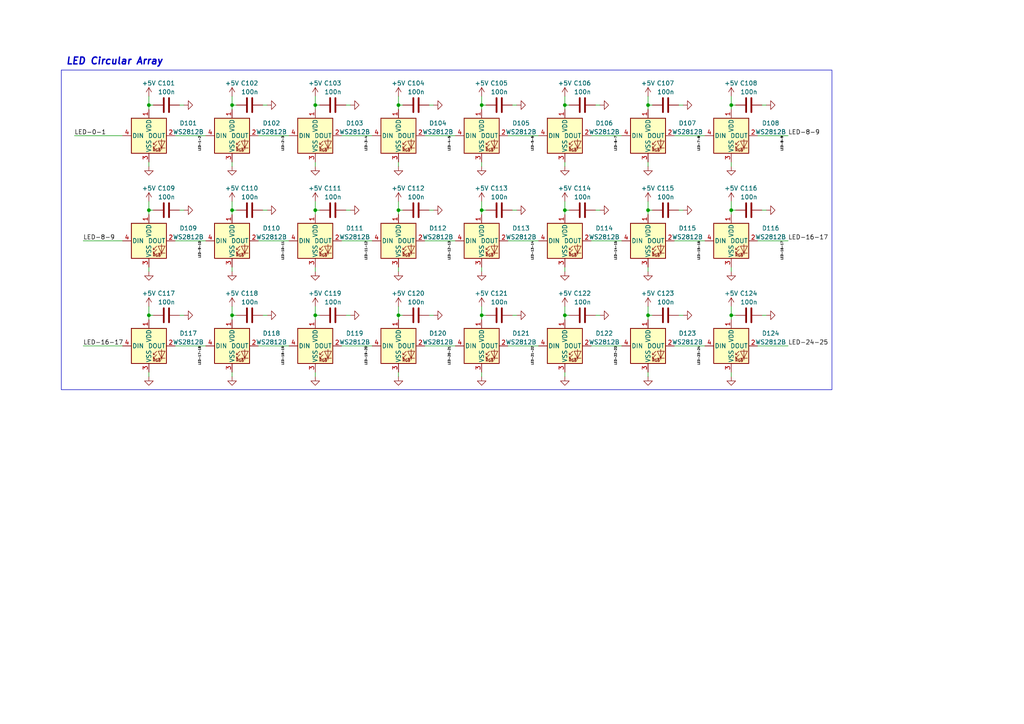
<source format=kicad_sch>
(kicad_sch (version 20230121) (generator eeschema)
  (paper "A4")
  (title_block (title "Tachy") (date "2024-01-25") (rev "3") (company "Scott CJX"))
  (lib_symbols
    (symbol "Device:C" (pin_numbers hide) (pin_names (offset 0.254))
      (property "Reference" "C" (at 0.635 2.54 0))
      (property "Value" "C" (at 0.635 -2.54 0))
      (symbol "C_0_1"
        (polyline (pts (xy -2.032 -0.762) (xy 2.032 -0.762)) (stroke (width 0.508)))
        (polyline (pts (xy -2.032 0.762) (xy 2.032 0.762)) (stroke (width 0.508)))
      )
      (symbol "C_1_1"
        (pin passive line (at 0 3.81 270) (length 2.794) (name "~") (number "1"))
        (pin passive line (at 0 -3.81 90) (length 2.794) (name "~") (number "2"))
      )
    )
    (symbol "LED:WS2812B" (pin_names (offset 0.254))
      (property "Reference" "D" (at 5.08 5.715 0))
      (property "Value" "WS2812B" (at 1.27 -5.715 0))
      (symbol "WS2812B_0_0"
        (text "RGB" (at 2.286 -4.191 0) (effects (font (size 0.762 0.762))))
      )
      (symbol "WS2812B_0_1"
        (polyline (pts (xy 1.27 -3.556) (xy 1.778 -3.556)))
        (polyline (pts (xy 1.27 -2.54) (xy 1.778 -2.54)))
        (polyline (pts (xy 4.699 -3.556) (xy 2.667 -3.556)))
        (polyline (pts (xy 2.286 -2.54) (xy 1.27 -3.556) (xy 1.27 -3.048)))
        (polyline (pts (xy 2.286 -1.524) (xy 1.27 -2.54) (xy 1.27 -2.032)))
        (polyline (pts (xy 3.683 -1.016) (xy 3.683 -3.556) (xy 3.683 -4.064)))
        (polyline (pts (xy 4.699 -1.524) (xy 2.667 -1.524) (xy 3.683 -3.556) (xy 4.699 -1.524)))
        (rectangle (start 5.08 5.08) (end -5.08 -5.08) (stroke (width 0.254)) (fill (type background)))
      )
      (symbol "WS2812B_1_1"
        (pin power_in line (at 0 7.62 270) (length 2.54) (name "VDD") (number "1"))
        (pin output line (at 7.62 0 180) (length 2.54) (name "DOUT") (number "2"))
        (pin power_in line (at 0 -7.62 90) (length 2.54) (name "VSS") (number "3"))
        (pin input line (at -7.62 0 0) (length 2.54) (name "DIN") (number "4"))
      )
    )
    (symbol "power:+5V" (power) (pin_names (offset 0))
      (property "Value" "+5V" (at 0 3.556 0))
      (symbol "+5V_0_1"
        (polyline (pts (xy -0.762 1.27) (xy 0 2.54)))
        (polyline (pts (xy 0 0) (xy 0 2.54)))
        (polyline (pts (xy 0 2.54) (xy 0.762 1.27)))
      )
      (symbol "+5V_1_1"
        (pin power_in line (at 0 0 90) (length 0) hide (name "+5V") (number "1"))
      )
    )
    (symbol "power:GND" (power) (pin_names (offset 0))
      (property "Value" "GND" (at 0 -3.81 0))
      (symbol "GND_0_1"
        (polyline (pts (xy 0 0) (xy 0 -1.27) (xy 1.27 -1.27) (xy 0 -2.54) (xy -1.27 -1.27) (xy 0 -1.27)))
      )
      (symbol "GND_1_1"
        (pin power_in line (at 0 0 270) (length 0) hide (name "GND") (number "1"))
      )
    )
  )
  (junction (at 91.44 91.44))
  (junction (at 67.31 60.96))
  (junction (at 139.7 91.44))
  (junction (at 212.09 60.96))
  (junction (at 91.44 30.48))
  (junction (at 212.09 91.44))
  (junction (at 187.96 91.44))
  (junction (at 91.44 60.96))
  (junction (at 67.31 30.48))
  (junction (at 163.83 60.96))
  (junction (at 43.18 30.48))
  (junction (at 139.7 60.96))
  (junction (at 139.7 30.48))
  (junction (at 115.57 91.44))
  (junction (at 115.57 60.96))
  (junction (at 67.31 91.44))
  (junction (at 43.18 60.96))
  (junction (at 187.96 30.48))
  (junction (at 115.57 30.48))
  (junction (at 163.83 30.48))
  (junction (at 43.18 91.44))
  (junction (at 212.09 30.48))
  (junction (at 187.96 60.96))
  (junction (at 163.83 91.44))
  (wire (pts (xy 212.09 30.48) (xy 213.36 30.48)))
  (wire (pts (xy 43.18 30.48) (xy 43.18 31.75)))
  (wire (pts (xy 43.18 91.44) (xy 44.45 91.44)))
  (wire (pts (xy 91.44 46.99) (xy 91.44 48.26)))
  (wire (pts (xy 67.31 60.96) (xy 68.58 60.96)))
  (wire (pts (xy 124.46 91.44) (xy 125.73 91.44)))
  (wire (pts (xy 115.57 30.48) (xy 115.57 31.75)))
  (wire (pts (xy 187.96 58.42) (xy 187.96 60.96)))
  (wire (pts (xy 212.09 60.96) (xy 213.36 60.96)))
  (wire (pts (xy 187.96 30.48) (xy 187.96 31.75)))
  (wire (pts (xy 91.44 91.44) (xy 91.44 92.71)))
  (wire (pts (xy 195.58 69.85) (xy 204.47 69.85)))
  (wire (pts (xy 139.7 60.96) (xy 139.7 62.23)))
  (wire (pts (xy 52.07 30.48) (xy 53.34 30.48)))
  (wire (pts (xy 115.57 58.42) (xy 115.57 60.96)))
  (wire (pts (xy 212.09 88.9) (xy 212.09 91.44)))
  (wire (pts (xy 139.7 30.48) (xy 140.97 30.48)))
  (wire (pts (xy 163.83 60.96) (xy 163.83 62.23)))
  (wire (pts (xy 172.72 60.96) (xy 173.99 60.96)))
  (wire (pts (xy 163.83 77.47) (xy 163.83 78.74)))
  (wire (pts (xy 163.83 91.44) (xy 163.83 92.71)))
  (wire (pts (xy 171.45 39.37) (xy 180.34 39.37)))
  (wire (pts (xy 99.06 100.33) (xy 107.95 100.33)))
  (wire (pts (xy 21.59 39.37) (xy 35.56 39.37)))
  (wire (pts (xy 91.44 60.96) (xy 91.44 62.23)))
  (wire (pts (xy 196.85 91.44) (xy 198.12 91.44)))
  (wire (pts (xy 219.71 39.37) (xy 228.6 39.37)))
  (wire (pts (xy 67.31 91.44) (xy 68.58 91.44)))
  (wire (pts (xy 163.83 88.9) (xy 163.83 91.44)))
  (wire (pts (xy 139.7 91.44) (xy 139.7 92.71)))
  (wire (pts (xy 52.07 60.96) (xy 53.34 60.96)))
  (wire (pts (xy 99.06 39.37) (xy 107.95 39.37)))
  (wire (pts (xy 220.98 91.44) (xy 222.25 91.44)))
  (wire (pts (xy 67.31 77.47) (xy 67.31 78.74)))
  (wire (pts (xy 139.7 30.48) (xy 139.7 31.75)))
  (wire (pts (xy 212.09 46.99) (xy 212.09 48.26)))
  (wire (pts (xy 212.09 27.94) (xy 212.09 30.48)))
  (wire (pts (xy 163.83 107.95) (xy 163.83 109.22)))
  (wire (pts (xy 163.83 27.94) (xy 163.83 30.48)))
  (wire (pts (xy 163.83 58.42) (xy 163.83 60.96)))
  (wire (pts (xy 220.98 60.96) (xy 222.25 60.96)))
  (wire (pts (xy 212.09 77.47) (xy 212.09 78.74)))
  (wire (pts (xy 124.46 60.96) (xy 125.73 60.96)))
  (wire (pts (xy 220.98 30.48) (xy 222.25 30.48)))
  (wire (pts (xy 43.18 27.94) (xy 43.18 30.48)))
  (wire (pts (xy 43.18 46.99) (xy 43.18 48.26)))
  (wire (pts (xy 43.18 58.42) (xy 43.18 60.96)))
  (wire (pts (xy 67.31 30.48) (xy 67.31 31.75)))
  (wire (pts (xy 123.19 69.85) (xy 132.08 69.85)))
  (wire (pts (xy 147.32 69.85) (xy 156.21 69.85)))
  (wire (pts (xy 196.85 60.96) (xy 198.12 60.96)))
  (wire (pts (xy 171.45 100.33) (xy 180.34 100.33)))
  (wire (pts (xy 115.57 60.96) (xy 116.84 60.96)))
  (wire (pts (xy 195.58 100.33) (xy 204.47 100.33)))
  (wire (pts (xy 67.31 91.44) (xy 67.31 92.71)))
  (wire (pts (xy 212.09 60.96) (xy 212.09 62.23)))
  (wire (pts (xy 123.19 100.33) (xy 132.08 100.33)))
  (wire (pts (xy 196.85 30.48) (xy 198.12 30.48)))
  (wire (pts (xy 91.44 91.44) (xy 92.71 91.44)))
  (wire (pts (xy 172.72 91.44) (xy 173.99 91.44)))
  (wire (pts (xy 139.7 77.47) (xy 139.7 78.74)))
  (wire (pts (xy 43.18 60.96) (xy 44.45 60.96)))
  (wire (pts (xy 24.13 69.85) (xy 35.56 69.85)))
  (wire (pts (xy 187.96 91.44) (xy 189.23 91.44)))
  (wire (pts (xy 91.44 27.94) (xy 91.44 30.48)))
  (wire (pts (xy 67.31 88.9) (xy 67.31 91.44)))
  (wire (pts (xy 187.96 77.47) (xy 187.96 78.74)))
  (wire (pts (xy 74.93 69.85) (xy 83.82 69.85)))
  (wire (pts (xy 139.7 27.94) (xy 139.7 30.48)))
  (wire (pts (xy 187.96 30.48) (xy 189.23 30.48)))
  (wire (pts (xy 148.59 60.96) (xy 149.86 60.96)))
  (wire (pts (xy 171.45 69.85) (xy 180.34 69.85)))
  (wire (pts (xy 67.31 27.94) (xy 67.31 30.48)))
  (wire (pts (xy 163.83 91.44) (xy 165.1 91.44)))
  (wire (pts (xy 187.96 91.44) (xy 187.96 92.71)))
  (wire (pts (xy 139.7 107.95) (xy 139.7 109.22)))
  (wire (pts (xy 172.72 30.48) (xy 173.99 30.48)))
  (wire (pts (xy 163.83 46.99) (xy 163.83 48.26)))
  (wire (pts (xy 100.33 91.44) (xy 101.6 91.44)))
  (wire (pts (xy 67.31 46.99) (xy 67.31 48.26)))
  (wire (pts (xy 139.7 58.42) (xy 139.7 60.96)))
  (wire (pts (xy 187.96 88.9) (xy 187.96 91.44)))
  (wire (pts (xy 43.18 60.96) (xy 43.18 62.23)))
  (wire (pts (xy 148.59 91.44) (xy 149.86 91.44)))
  (wire (pts (xy 24.13 100.33) (xy 35.56 100.33)))
  (wire (pts (xy 50.8 69.85) (xy 59.69 69.85)))
  (wire (pts (xy 50.8 39.37) (xy 59.69 39.37)))
  (wire (pts (xy 115.57 107.95) (xy 115.57 109.22)))
  (wire (pts (xy 115.57 27.94) (xy 115.57 30.48)))
  (wire (pts (xy 187.96 27.94) (xy 187.96 30.48)))
  (wire (pts (xy 115.57 88.9) (xy 115.57 91.44)))
  (wire (pts (xy 43.18 77.47) (xy 43.18 78.74)))
  (wire (pts (xy 219.71 100.33) (xy 228.6 100.33)))
  (wire (pts (xy 76.2 60.96) (xy 77.47 60.96)))
  (wire (pts (xy 123.19 39.37) (xy 132.08 39.37)))
  (wire (pts (xy 50.8 100.33) (xy 59.69 100.33)))
  (wire (pts (xy 163.83 30.48) (xy 165.1 30.48)))
  (wire (pts (xy 139.7 88.9) (xy 139.7 91.44)))
  (wire (pts (xy 67.31 60.96) (xy 67.31 62.23)))
  (wire (pts (xy 115.57 60.96) (xy 115.57 62.23)))
  (wire (pts (xy 115.57 77.47) (xy 115.57 78.74)))
  (wire (pts (xy 212.09 58.42) (xy 212.09 60.96)))
  (wire (pts (xy 212.09 91.44) (xy 213.36 91.44)))
  (wire (pts (xy 91.44 30.48) (xy 92.71 30.48)))
  (wire (pts (xy 91.44 60.96) (xy 92.71 60.96)))
  (wire (pts (xy 139.7 46.99) (xy 139.7 48.26)))
  (wire (pts (xy 163.83 30.48) (xy 163.83 31.75)))
  (wire (pts (xy 187.96 60.96) (xy 189.23 60.96)))
  (wire (pts (xy 67.31 107.95) (xy 67.31 109.22)))
  (wire (pts (xy 115.57 30.48) (xy 116.84 30.48)))
  (wire (pts (xy 139.7 60.96) (xy 140.97 60.96)))
  (wire (pts (xy 100.33 60.96) (xy 101.6 60.96)))
  (wire (pts (xy 212.09 30.48) (xy 212.09 31.75)))
  (wire (pts (xy 76.2 91.44) (xy 77.47 91.44)))
  (wire (pts (xy 115.57 91.44) (xy 116.84 91.44)))
  (wire (pts (xy 43.18 91.44) (xy 43.18 92.71)))
  (wire (pts (xy 67.31 58.42) (xy 67.31 60.96)))
  (wire (pts (xy 91.44 30.48) (xy 91.44 31.75)))
  (wire (pts (xy 91.44 107.95) (xy 91.44 109.22)))
  (wire (pts (xy 187.96 60.96) (xy 187.96 62.23)))
  (wire (pts (xy 74.93 39.37) (xy 83.82 39.37)))
  (wire (pts (xy 91.44 58.42) (xy 91.44 60.96)))
  (wire (pts (xy 212.09 107.95) (xy 212.09 109.22)))
  (wire (pts (xy 139.7 91.44) (xy 140.97 91.44)))
  (wire (pts (xy 43.18 107.95) (xy 43.18 109.22)))
  (wire (pts (xy 212.09 91.44) (xy 212.09 92.71)))
  (wire (pts (xy 195.58 39.37) (xy 204.47 39.37)))
  (wire (pts (xy 147.32 100.33) (xy 156.21 100.33)))
  (wire (pts (xy 76.2 30.48) (xy 77.47 30.48)))
  (wire (pts (xy 147.32 39.37) (xy 156.21 39.37)))
  (wire (pts (xy 219.71 69.85) (xy 228.6 69.85)))
  (wire (pts (xy 43.18 30.48) (xy 44.45 30.48)))
  (wire (pts (xy 187.96 107.95) (xy 187.96 109.22)))
  (wire (pts (xy 124.46 30.48) (xy 125.73 30.48)))
  (wire (pts (xy 115.57 91.44) (xy 115.57 92.71)))
  (wire (pts (xy 100.33 30.48) (xy 101.6 30.48)))
  (wire (pts (xy 115.57 46.99) (xy 115.57 48.26)))
  (wire (pts (xy 43.18 88.9) (xy 43.18 91.44)))
  (wire (pts (xy 52.07 91.44) (xy 53.34 91.44)))
  (wire (pts (xy 91.44 77.47) (xy 91.44 78.74)))
  (wire (pts (xy 187.96 46.99) (xy 187.96 48.26)))
  (wire (pts (xy 148.59 30.48) (xy 149.86 30.48)))
  (wire (pts (xy 99.06 69.85) (xy 107.95 69.85)))
  (wire (pts (xy 91.44 88.9) (xy 91.44 91.44)))
  (wire (pts (xy 163.83 60.96) (xy 165.1 60.96)))
  (wire (pts (xy 74.93 100.33) (xy 83.82 100.33)))
  (wire (pts (xy 67.31 30.48) (xy 68.58 30.48)))
  (rectangle (start 17.78 20.32) (end 241.3 113.03))
  (text "LED Circular Array" (at 19.05 19.05 0) (effects (font (size 2 2) (thickness 0.4) bold italic) (justify left bottom)))
  (label "LED-12-13" (at 130.81 69.85 270) (effects (font (size 0.6 0.6))))
  (label "LED-22-23" (at 179.07 100.33 270) (effects (font (size 0.6 0.6))))
  (label "LED-10-11" (at 82.55 69.85 270) (effects (font (size 0.6 0.6))))
  (label "LED-21-22" (at 154.94 100.33 270) (effects (font (size 0.6 0.6))))
  (label "LED-11-12" (at 106.68 69.85 270) (effects (font (size 0.6 0.6))))
  (label "LED-19-20" (at 106.68 100.33 270) (effects (font (size 0.6 0.6))))
  (label "LED-16-17" (at 227.33 69.85 270) (effects (font (size 0.6 0.6))))
  (label "LED-17-18" (at 58.42 100.33 270) (effects (font (size 0.6 0.6))))
  (label "LED-14-15" (at 179.07 69.85 270) (effects (font (size 0.6 0.6))))
  (label "LED-16-17" (at 24.13 100.33 0))
  (label "LED-8-9" (at 24.13 69.85 0))
  (label "LED-8-9" (at 227.33 39.37 270) (effects (font (size 0.6 0.6))))
  (label "LED-9-10" (at 58.42 69.85 270) (effects (font (size 0.6 0.6))))
  (label "LED-8-9" (at 228.6 39.37 0))
  (label "LED-7-8" (at 203.2 39.37 270) (effects (font (size 0.6 0.6))))
  (label "LED-3-4" (at 106.68 39.37 270) (effects (font (size 0.6 0.6))))
  (label "LED-13-14" (at 154.94 69.85 270) (effects (font (size 0.6 0.6))))
  (label "LED-16-17" (at 228.6 69.85 0))
  (label "LED-6-7" (at 179.07 39.37 270) (effects (font (size 0.6 0.6))))
  (label "LED-1-2" (at 58.42 39.37 270) (effects (font (size 0.6 0.6))))
  (label "LED-20-21" (at 130.81 100.33 270) (effects (font (size 0.6 0.6))))
  (label "LED-15-16" (at 203.2 69.85 270) (effects (font (size 0.6 0.6))))
  (label "LED-2-3" (at 82.55 39.37 270) (effects (font (size 0.6 0.6))))
  (label "LED-23-24" (at 203.2 100.33 270) (effects (font (size 0.6 0.6))))
  (label "LED-0-1" (at 21.59 39.37 0))
  (label "LED-5-6" (at 154.94 39.37 270) (effects (font (size 0.6 0.6))))
  (label "LED-24-25" (at 228.6 100.33 0))
  (label "LED-4-5" (at 130.81 39.37 270) (effects (font (size 0.6 0.6))))
  (label "LED-18-19" (at 82.55 100.33 270) (effects (font (size 0.6 0.6))))
  (symbol (lib_id "Device:C") (at 48.26 30.48 90) (unit 1)
    (property "Reference" "C101" (at 50.8 24.13 90) (effects (justify left)))
    (property "Value" "100n" (at 50.8 26.67 90) (effects (justify left)))
    (property "Footprint" "Capacitor_SMD:C_0603_1608Metric" (effects hide))
    (property "LCSC" "C14663" (effects hide))
    (instances (project "Dashboard-Tachy" (path "" (reference "C101") (unit 1)) (path "" (reference "C201") (unit 1))))
  )
  (symbol (lib_id "LED:WS2812B") (at 115.57 69.85 0) (unit 1)
    (property "Reference" "D112" (at 127 66.2021 0))
    (property "Value" "WS2812B" (at 127 68.7421 0))
    (property "Footprint" "LED_SMD:LED_WS2812B_PLCC4_5.0x5.0mm_P3.2mm" (effects hide))
    (property "Datasheet" "https://cdn-shop.adafruit.com/datasheets/WS2812B.pdf" (effects hide))
    (property "LCSC" "C2843785" (effects hide))
    (instances (project "Dashboard-Tachy" (path "" (reference "D112") (unit 1)) (path "" (reference "D212") (unit 1))))
  )
  (symbol (lib_id "power:+5V") (at 139.7 27.94 0) (unit 1)
    (property "Reference" "#PWR0105" (effects hide))
    (property "Value" "+5V" (at 139.7 24.13 0))
    (instances (project "Dashboard-Tachy" (path "" (reference "#PWR0105") (unit 1)) (path "" (reference "#PWR0205") (unit 1))))
  )
  (symbol (lib_id "LED:WS2812B") (at 139.7 100.33 0) (unit 1)
    (property "Reference" "D121" (at 151.13 96.6821 0))
    (property "Value" "WS2812B" (at 151.13 99.2221 0))
    (property "Footprint" "LED_SMD:LED_WS2812B_PLCC4_5.0x5.0mm_P3.2mm" (effects hide))
    (property "Datasheet" "https://cdn-shop.adafruit.com/datasheets/WS2812B.pdf" (effects hide))
    (property "LCSC" "C2843785" (effects hide))
    (instances (project "Dashboard-Tachy" (path "" (reference "D121") (unit 1)) (path "" (reference "D221") (unit 1))))
  )
  (symbol (lib_id "LED:WS2812B") (at 163.83 69.85 0) (unit 1)
    (property "Reference" "D114" (at 175.26 66.2021 0))
    (property "Value" "WS2812B" (at 175.26 68.7421 0))
    (property "Footprint" "LED_SMD:LED_WS2812B_PLCC4_5.0x5.0mm_P3.2mm" (effects hide))
    (property "Datasheet" "https://cdn-shop.adafruit.com/datasheets/WS2812B.pdf" (effects hide))
    (property "LCSC" "C2843785" (effects hide))
    (instances (project "Dashboard-Tachy" (path "" (reference "D114") (unit 1)) (path "" (reference "D214") (unit 1))))
  )
  (symbol (lib_id "power:GND") (at 173.99 60.96 90) (unit 1)
    (property "Reference" "#PWR0138" (effects hide))
    (property "Value" "GND" (effects hide))
    (instances (project "Dashboard-Tachy" (path "" (reference "#PWR0138") (unit 1)) (path "" (reference "#PWR0238") (unit 1))))
  )
  (symbol (lib_id "LED:WS2812B") (at 163.83 39.37 0) (unit 1)
    (property "Reference" "D106" (at 175.26 35.7221 0))
    (property "Value" "WS2812B" (at 175.26 38.2621 0))
    (property "Footprint" "LED_SMD:LED_WS2812B_PLCC4_5.0x5.0mm_P3.2mm" (effects hide))
    (property "Datasheet" "https://cdn-shop.adafruit.com/datasheets/WS2812B.pdf" (effects hide))
    (property "LCSC" "C2843785" (effects hide))
    (instances (project "Dashboard-Tachy" (path "" (reference "D106") (unit 1)) (path "" (reference "D206") (unit 1))))
  )
  (symbol (lib_id "Device:C") (at 144.78 30.48 90) (unit 1)
    (property "Reference" "C105" (at 147.32 24.13 90) (effects (justify left)))
    (property "Value" "100n" (at 147.32 26.67 90) (effects (justify left)))
    (property "Footprint" "Capacitor_SMD:C_0603_1608Metric" (effects hide))
    (property "LCSC" "C14663" (effects hide))
    (instances (project "Dashboard-Tachy" (path "" (reference "C105") (unit 1)) (path "" (reference "C205") (unit 1))))
  )
  (symbol (lib_id "power:GND") (at 125.73 60.96 90) (unit 1)
    (property "Reference" "#PWR0136" (effects hide))
    (property "Value" "GND" (effects hide))
    (instances (project "Dashboard-Tachy" (path "" (reference "#PWR0136") (unit 1)) (path "" (reference "#PWR0236") (unit 1))))
  )
  (symbol (lib_id "power:GND") (at 43.18 78.74 0) (unit 1)
    (property "Reference" "#PWR0141" (effects hide))
    (property "Value" "GND" (effects hide))
    (instances (project "Dashboard-Tachy" (path "" (reference "#PWR0141") (unit 1)) (path "" (reference "#PWR0241") (unit 1))))
  )
  (symbol (lib_id "power:GND") (at 43.18 109.22 0) (unit 1)
    (property "Reference" "#PWR0165" (effects hide))
    (property "Value" "GND" (effects hide))
    (instances (project "Dashboard-Tachy" (path "" (reference "#PWR0165") (unit 1)) (path "" (reference "#PWR0265") (unit 1))))
  )
  (symbol (lib_id "power:+5V") (at 212.09 27.94 0) (unit 1)
    (property "Reference" "#PWR0108" (effects hide))
    (property "Value" "+5V" (at 212.09 24.13 0))
    (instances (project "Dashboard-Tachy" (path "" (reference "#PWR0108") (unit 1)) (path "" (reference "#PWR0208") (unit 1))))
  )
  (symbol (lib_id "Device:C") (at 144.78 60.96 90) (unit 1)
    (property "Reference" "C113" (at 147.32 54.61 90) (effects (justify left)))
    (property "Value" "100n" (at 147.32 57.15 90) (effects (justify left)))
    (property "Footprint" "Capacitor_SMD:C_0603_1608Metric" (effects hide))
    (property "LCSC" "C14663" (effects hide))
    (instances (project "Dashboard-Tachy" (path "" (reference "C113") (unit 1)) (path "" (reference "C213") (unit 1))))
  )
  (symbol (lib_id "power:+5V") (at 91.44 88.9 0) (unit 1)
    (property "Reference" "#PWR0151" (effects hide))
    (property "Value" "+5V" (at 91.44 85.09 0))
    (instances (project "Dashboard-Tachy" (path "" (reference "#PWR0151") (unit 1)) (path "" (reference "#PWR0251") (unit 1))))
  )
  (symbol (lib_id "Device:C") (at 168.91 60.96 90) (unit 1)
    (property "Reference" "C114" (at 171.45 54.61 90) (effects (justify left)))
    (property "Value" "100n" (at 171.45 57.15 90) (effects (justify left)))
    (property "Footprint" "Capacitor_SMD:C_0603_1608Metric" (effects hide))
    (property "LCSC" "C14663" (effects hide))
    (instances (project "Dashboard-Tachy" (path "" (reference "C114") (unit 1)) (path "" (reference "C214") (unit 1))))
  )
  (symbol (lib_id "power:GND") (at 212.09 48.26 0) (unit 1)
    (property "Reference" "#PWR0124" (effects hide))
    (property "Value" "GND" (effects hide))
    (instances (project "Dashboard-Tachy" (path "" (reference "#PWR0124") (unit 1)) (path "" (reference "#PWR0224") (unit 1))))
  )
  (symbol (lib_id "power:GND") (at 53.34 60.96 90) (unit 1)
    (property "Reference" "#PWR0133" (effects hide))
    (property "Value" "GND" (effects hide))
    (instances (project "Dashboard-Tachy" (path "" (reference "#PWR0133") (unit 1)) (path "" (reference "#PWR0233") (unit 1))))
  )
  (symbol (lib_id "power:GND") (at 149.86 30.48 90) (unit 1)
    (property "Reference" "#PWR0113" (effects hide))
    (property "Value" "GND" (effects hide))
    (instances (project "Dashboard-Tachy" (path "" (reference "#PWR0113") (unit 1)) (path "" (reference "#PWR0213") (unit 1))))
  )
  (symbol (lib_id "power:+5V") (at 67.31 88.9 0) (unit 1)
    (property "Reference" "#PWR0150" (effects hide))
    (property "Value" "+5V" (at 67.31 85.09 0))
    (instances (project "Dashboard-Tachy" (path "" (reference "#PWR0150") (unit 1)) (path "" (reference "#PWR0250") (unit 1))))
  )
  (symbol (lib_id "LED:WS2812B") (at 115.57 100.33 0) (unit 1)
    (property "Reference" "D120" (at 127 96.6821 0))
    (property "Value" "WS2812B" (at 127 99.2221 0))
    (property "Footprint" "LED_SMD:LED_WS2812B_PLCC4_5.0x5.0mm_P3.2mm" (effects hide))
    (property "Datasheet" "https://cdn-shop.adafruit.com/datasheets/WS2812B.pdf" (effects hide))
    (property "LCSC" "C2843785" (effects hide))
    (instances (project "Dashboard-Tachy" (path "" (reference "D120") (unit 1)) (path "" (reference "D220") (unit 1))))
  )
  (symbol (lib_id "LED:WS2812B") (at 139.7 39.37 0) (unit 1)
    (property "Reference" "D105" (at 151.13 35.7221 0))
    (property "Value" "WS2812B" (at 151.13 38.2621 0))
    (property "Footprint" "LED_SMD:LED_WS2812B_PLCC4_5.0x5.0mm_P3.2mm" (effects hide))
    (property "Datasheet" "https://cdn-shop.adafruit.com/datasheets/WS2812B.pdf" (effects hide))
    (property "LCSC" "C2843785" (effects hide))
    (instances (project "Dashboard-Tachy" (path "" (reference "D105") (unit 1)) (path "" (reference "D205") (unit 1))))
  )
  (symbol (lib_id "power:+5V") (at 212.09 88.9 0) (unit 1)
    (property "Reference" "#PWR0156" (effects hide))
    (property "Value" "+5V" (at 212.09 85.09 0))
    (instances (project "Dashboard-Tachy" (path "" (reference "#PWR0156") (unit 1)) (path "" (reference "#PWR0256") (unit 1))))
  )
  (symbol (lib_id "power:GND") (at 77.47 91.44 90) (unit 1)
    (property "Reference" "#PWR0158" (effects hide))
    (property "Value" "GND" (effects hide))
    (instances (project "Dashboard-Tachy" (path "" (reference "#PWR0158") (unit 1)) (path "" (reference "#PWR0258") (unit 1))))
  )
  (symbol (lib_id "power:+5V") (at 187.96 88.9 0) (unit 1)
    (property "Reference" "#PWR0155" (effects hide))
    (property "Value" "+5V" (at 187.96 85.09 0))
    (instances (project "Dashboard-Tachy" (path "" (reference "#PWR0155") (unit 1)) (path "" (reference "#PWR0255") (unit 1))))
  )
  (symbol (lib_id "power:GND") (at 77.47 30.48 90) (unit 1)
    (property "Reference" "#PWR0110" (effects hide))
    (property "Value" "GND" (effects hide))
    (instances (project "Dashboard-Tachy" (path "" (reference "#PWR0110") (unit 1)) (path "" (reference "#PWR0210") (unit 1))))
  )
  (symbol (lib_id "power:+5V") (at 212.09 58.42 0) (unit 1)
    (property "Reference" "#PWR0132" (effects hide))
    (property "Value" "+5V" (at 212.09 54.61 0))
    (instances (project "Dashboard-Tachy" (path "" (reference "#PWR0132") (unit 1)) (path "" (reference "#PWR0232") (unit 1))))
  )
  (symbol (lib_id "Device:C") (at 48.26 60.96 90) (unit 1)
    (property "Reference" "C109" (at 50.8 54.61 90) (effects (justify left)))
    (property "Value" "100n" (at 50.8 57.15 90) (effects (justify left)))
    (property "Footprint" "Capacitor_SMD:C_0603_1608Metric" (effects hide))
    (property "LCSC" "C14663" (effects hide))
    (instances (project "Dashboard-Tachy" (path "" (reference "C109") (unit 1)) (path "" (reference "C209") (unit 1))))
  )
  (symbol (lib_id "power:GND") (at 187.96 48.26 0) (unit 1)
    (property "Reference" "#PWR0123" (effects hide))
    (property "Value" "GND" (effects hide))
    (instances (project "Dashboard-Tachy" (path "" (reference "#PWR0123") (unit 1)) (path "" (reference "#PWR0223") (unit 1))))
  )
  (symbol (lib_id "LED:WS2812B") (at 91.44 69.85 0) (unit 1)
    (property "Reference" "D111" (at 102.87 66.2021 0))
    (property "Value" "WS2812B" (at 102.87 68.7421 0))
    (property "Footprint" "LED_SMD:LED_WS2812B_PLCC4_5.0x5.0mm_P3.2mm" (effects hide))
    (property "Datasheet" "https://cdn-shop.adafruit.com/datasheets/WS2812B.pdf" (effects hide))
    (property "LCSC" "C2843785" (effects hide))
    (instances (project "Dashboard-Tachy" (path "" (reference "D111") (unit 1)) (path "" (reference "D211") (unit 1))))
  )
  (symbol (lib_id "Device:C") (at 193.04 91.44 90) (unit 1)
    (property "Reference" "C123" (at 195.58 85.09 90) (effects (justify left)))
    (property "Value" "100n" (at 195.58 87.63 90) (effects (justify left)))
    (property "Footprint" "Capacitor_SMD:C_0603_1608Metric" (effects hide))
    (property "LCSC" "C14663" (effects hide))
    (instances (project "Dashboard-Tachy" (path "" (reference "C123") (unit 1)) (path "" (reference "C223") (unit 1))))
  )
  (symbol (lib_id "power:GND") (at 43.18 48.26 0) (unit 1)
    (property "Reference" "#PWR0117" (effects hide))
    (property "Value" "GND" (effects hide))
    (instances (project "Dashboard-Tachy" (path "" (reference "#PWR0117") (unit 1)) (path "" (reference "#PWR0217") (unit 1))))
  )
  (symbol (lib_id "power:GND") (at 115.57 48.26 0) (unit 1)
    (property "Reference" "#PWR0120" (effects hide))
    (property "Value" "GND" (effects hide))
    (instances (project "Dashboard-Tachy" (path "" (reference "#PWR0120") (unit 1)) (path "" (reference "#PWR0220") (unit 1))))
  )
  (symbol (lib_id "power:+5V") (at 43.18 88.9 0) (unit 1)
    (property "Reference" "#PWR0149" (effects hide))
    (property "Value" "+5V" (at 43.18 85.09 0))
    (instances (project "Dashboard-Tachy" (path "" (reference "#PWR0149") (unit 1)) (path "" (reference "#PWR0249") (unit 1))))
  )
  (symbol (lib_id "power:GND") (at 125.73 30.48 90) (unit 1)
    (property "Reference" "#PWR0112" (effects hide))
    (property "Value" "GND" (effects hide))
    (instances (project "Dashboard-Tachy" (path "" (reference "#PWR0112") (unit 1)) (path "" (reference "#PWR0212") (unit 1))))
  )
  (symbol (lib_id "power:GND") (at 77.47 60.96 90) (unit 1)
    (property "Reference" "#PWR0134" (effects hide))
    (property "Value" "GND" (effects hide))
    (instances (project "Dashboard-Tachy" (path "" (reference "#PWR0134") (unit 1)) (path "" (reference "#PWR0234") (unit 1))))
  )
  (symbol (lib_id "LED:WS2812B") (at 67.31 100.33 0) (unit 1)
    (property "Reference" "D118" (at 78.74 96.6821 0))
    (property "Value" "WS2812B" (at 78.74 99.2221 0))
    (property "Footprint" "LED_SMD:LED_WS2812B_PLCC4_5.0x5.0mm_P3.2mm" (effects hide))
    (property "Datasheet" "https://cdn-shop.adafruit.com/datasheets/WS2812B.pdf" (effects hide))
    (property "LCSC" "C2843785" (effects hide))
    (instances (project "Dashboard-Tachy" (path "" (reference "D118") (unit 1)) (path "" (reference "D218") (unit 1))))
  )
  (symbol (lib_id "power:GND") (at 222.25 30.48 90) (unit 1)
    (property "Reference" "#PWR0116" (effects hide))
    (property "Value" "GND" (effects hide))
    (instances (project "Dashboard-Tachy" (path "" (reference "#PWR0116") (unit 1)) (path "" (reference "#PWR0216") (unit 1))))
  )
  (symbol (lib_id "Device:C") (at 217.17 30.48 90) (unit 1)
    (property "Reference" "C108" (at 219.71 24.13 90) (effects (justify left)))
    (property "Value" "100n" (at 219.71 26.67 90) (effects (justify left)))
    (property "Footprint" "Capacitor_SMD:C_0603_1608Metric" (effects hide))
    (property "LCSC" "C14663" (effects hide))
    (instances (project "Dashboard-Tachy" (path "" (reference "C108") (unit 1)) (path "" (reference "C208") (unit 1))))
  )
  (symbol (lib_id "power:GND") (at 101.6 60.96 90) (unit 1)
    (property "Reference" "#PWR0135" (effects hide))
    (property "Value" "GND" (effects hide))
    (instances (project "Dashboard-Tachy" (path "" (reference "#PWR0135") (unit 1)) (path "" (reference "#PWR0235") (unit 1))))
  )
  (symbol (lib_id "power:GND") (at 53.34 91.44 90) (unit 1)
    (property "Reference" "#PWR0157" (effects hide))
    (property "Value" "GND" (effects hide))
    (instances (project "Dashboard-Tachy" (path "" (reference "#PWR0157") (unit 1)) (path "" (reference "#PWR0257") (unit 1))))
  )
  (symbol (lib_id "power:GND") (at 198.12 91.44 90) (unit 1)
    (property "Reference" "#PWR0163" (effects hide))
    (property "Value" "GND" (effects hide))
    (instances (project "Dashboard-Tachy" (path "" (reference "#PWR0163") (unit 1)) (path "" (reference "#PWR0263") (unit 1))))
  )
  (symbol (lib_id "power:GND") (at 173.99 30.48 90) (unit 1)
    (property "Reference" "#PWR0114" (effects hide))
    (property "Value" "GND" (effects hide))
    (instances (project "Dashboard-Tachy" (path "" (reference "#PWR0114") (unit 1)) (path "" (reference "#PWR0214") (unit 1))))
  )
  (symbol (lib_id "power:+5V") (at 187.96 27.94 0) (unit 1)
    (property "Reference" "#PWR0107" (effects hide))
    (property "Value" "+5V" (at 187.96 24.13 0))
    (instances (project "Dashboard-Tachy" (path "" (reference "#PWR0107") (unit 1)) (path "" (reference "#PWR0207") (unit 1))))
  )
  (symbol (lib_id "power:+5V") (at 115.57 88.9 0) (unit 1)
    (property "Reference" "#PWR0152" (effects hide))
    (property "Value" "+5V" (at 115.57 85.09 0))
    (instances (project "Dashboard-Tachy" (path "" (reference "#PWR0152") (unit 1)) (path "" (reference "#PWR0252") (unit 1))))
  )
  (symbol (lib_id "power:GND") (at 139.7 78.74 0) (unit 1)
    (property "Reference" "#PWR0145" (effects hide))
    (property "Value" "GND" (effects hide))
    (instances (project "Dashboard-Tachy" (path "" (reference "#PWR0145") (unit 1)) (path "" (reference "#PWR0245") (unit 1))))
  )
  (symbol (lib_id "LED:WS2812B") (at 91.44 100.33 0) (unit 1)
    (property "Reference" "D119" (at 102.87 96.6821 0))
    (property "Value" "WS2812B" (at 102.87 99.2221 0))
    (property "Footprint" "LED_SMD:LED_WS2812B_PLCC4_5.0x5.0mm_P3.2mm" (effects hide))
    (property "Datasheet" "https://cdn-shop.adafruit.com/datasheets/WS2812B.pdf" (effects hide))
    (property "LCSC" "C2843785" (effects hide))
    (instances (project "Dashboard-Tachy" (path "" (reference "D119") (unit 1)) (path "" (reference "D219") (unit 1))))
  )
  (symbol (lib_id "power:+5V") (at 163.83 58.42 0) (unit 1)
    (property "Reference" "#PWR0130" (effects hide))
    (property "Value" "+5V" (at 163.83 54.61 0))
    (instances (project "Dashboard-Tachy" (path "" (reference "#PWR0130") (unit 1)) (path "" (reference "#PWR0230") (unit 1))))
  )
  (symbol (lib_id "Device:C") (at 96.52 60.96 90) (unit 1)
    (property "Reference" "C111" (at 99.06 54.61 90) (effects (justify left)))
    (property "Value" "100n" (at 99.06 57.15 90) (effects (justify left)))
    (property "Footprint" "Capacitor_SMD:C_0603_1608Metric" (effects hide))
    (property "LCSC" "C14663" (effects hide))
    (instances (project "Dashboard-Tachy" (path "" (reference "C111") (unit 1)) (path "" (reference "C211") (unit 1))))
  )
  (symbol (lib_id "power:+5V") (at 139.7 58.42 0) (unit 1)
    (property "Reference" "#PWR0129" (effects hide))
    (property "Value" "+5V" (at 139.7 54.61 0))
    (instances (project "Dashboard-Tachy" (path "" (reference "#PWR0129") (unit 1)) (path "" (reference "#PWR0229") (unit 1))))
  )
  (symbol (lib_id "power:GND") (at 91.44 78.74 0) (unit 1)
    (property "Reference" "#PWR0143" (effects hide))
    (property "Value" "GND" (effects hide))
    (instances (project "Dashboard-Tachy" (path "" (reference "#PWR0143") (unit 1)) (path "" (reference "#PWR0243") (unit 1))))
  )
  (symbol (lib_id "LED:WS2812B") (at 67.31 39.37 0) (unit 1)
    (property "Reference" "D102" (at 78.74 35.7221 0))
    (property "Value" "WS2812B" (at 78.74 38.2621 0))
    (property "Footprint" "LED_SMD:LED_WS2812B_PLCC4_5.0x5.0mm_P3.2mm" (effects hide))
    (property "Datasheet" "https://cdn-shop.adafruit.com/datasheets/WS2812B.pdf" (effects hide))
    (property "LCSC" "C2843785" (effects hide))
    (instances (project "Dashboard-Tachy" (path "" (reference "D102") (unit 1)) (path "" (reference "D202") (unit 1))))
  )
  (symbol (lib_id "power:GND") (at 222.25 60.96 90) (unit 1)
    (property "Reference" "#PWR0140" (effects hide))
    (property "Value" "GND" (effects hide))
    (instances (project "Dashboard-Tachy" (path "" (reference "#PWR0140") (unit 1)) (path "" (reference "#PWR0240") (unit 1))))
  )
  (symbol (lib_id "power:GND") (at 187.96 109.22 0) (unit 1)
    (property "Reference" "#PWR0171" (effects hide))
    (property "Value" "GND" (effects hide))
    (instances (project "Dashboard-Tachy" (path "" (reference "#PWR0171") (unit 1)) (path "" (reference "#PWR0271") (unit 1))))
  )
  (symbol (lib_id "power:GND") (at 67.31 78.74 0) (unit 1)
    (property "Reference" "#PWR0142" (effects hide))
    (property "Value" "GND" (effects hide))
    (instances (project "Dashboard-Tachy" (path "" (reference "#PWR0142") (unit 1)) (path "" (reference "#PWR0242") (unit 1))))
  )
  (symbol (lib_id "Device:C") (at 120.65 30.48 90) (unit 1)
    (property "Reference" "C104" (at 123.19 24.13 90) (effects (justify left)))
    (property "Value" "100n" (at 123.19 26.67 90) (effects (justify left)))
    (property "Footprint" "Capacitor_SMD:C_0603_1608Metric" (effects hide))
    (property "LCSC" "C14663" (effects hide))
    (instances (project "Dashboard-Tachy" (path "" (reference "C104") (unit 1)) (path "" (reference "C204") (unit 1))))
  )
  (symbol (lib_id "power:GND") (at 198.12 30.48 90) (unit 1)
    (property "Reference" "#PWR0115" (effects hide))
    (property "Value" "GND" (effects hide))
    (instances (project "Dashboard-Tachy" (path "" (reference "#PWR0115") (unit 1)) (path "" (reference "#PWR0215") (unit 1))))
  )
  (symbol (lib_id "LED:WS2812B") (at 212.09 69.85 0) (unit 1)
    (property "Reference" "D116" (at 223.52 66.2021 0))
    (property "Value" "WS2812B" (at 223.52 68.7421 0))
    (property "Footprint" "LED_SMD:LED_WS2812B_PLCC4_5.0x5.0mm_P3.2mm" (effects hide))
    (property "Datasheet" "https://cdn-shop.adafruit.com/datasheets/WS2812B.pdf" (effects hide))
    (property "LCSC" "C2843785" (effects hide))
    (instances (project "Dashboard-Tachy" (path "" (reference "D116") (unit 1)) (path "" (reference "D216") (unit 1))))
  )
  (symbol (lib_id "LED:WS2812B") (at 67.31 69.85 0) (unit 1)
    (property "Reference" "D110" (at 78.74 66.2021 0))
    (property "Value" "WS2812B" (at 78.74 68.7421 0))
    (property "Footprint" "LED_SMD:LED_WS2812B_PLCC4_5.0x5.0mm_P3.2mm" (effects hide))
    (property "Datasheet" "https://cdn-shop.adafruit.com/datasheets/WS2812B.pdf" (effects hide))
    (property "LCSC" "C2843785" (effects hide))
    (instances (project "Dashboard-Tachy" (path "" (reference "D110") (unit 1)) (path "" (reference "D210") (unit 1))))
  )
  (symbol (lib_id "LED:WS2812B") (at 43.18 69.85 0) (unit 1)
    (property "Reference" "D109" (at 54.61 66.2021 0))
    (property "Value" "WS2812B" (at 54.61 68.7421 0))
    (property "Footprint" "LED_SMD:LED_WS2812B_PLCC4_5.0x5.0mm_P3.2mm" (effects hide))
    (property "Datasheet" "https://cdn-shop.adafruit.com/datasheets/WS2812B.pdf" (effects hide))
    (property "LCSC" "C2843785" (effects hide))
    (instances (project "Dashboard-Tachy" (path "" (reference "D109") (unit 1)) (path "" (reference "D209") (unit 1))))
  )
  (symbol (lib_id "power:GND") (at 198.12 60.96 90) (unit 1)
    (property "Reference" "#PWR0139" (effects hide))
    (property "Value" "GND" (effects hide))
    (instances (project "Dashboard-Tachy" (path "" (reference "#PWR0139") (unit 1)) (path "" (reference "#PWR0239") (unit 1))))
  )
  (symbol (lib_id "power:+5V") (at 139.7 88.9 0) (unit 1)
    (property "Reference" "#PWR0153" (effects hide))
    (property "Value" "+5V" (at 139.7 85.09 0))
    (instances (project "Dashboard-Tachy" (path "" (reference "#PWR0153") (unit 1)) (path "" (reference "#PWR0253") (unit 1))))
  )
  (symbol (lib_id "LED:WS2812B") (at 139.7 69.85 0) (unit 1)
    (property "Reference" "D113" (at 151.13 66.2021 0))
    (property "Value" "WS2812B" (at 151.13 68.7421 0))
    (property "Footprint" "LED_SMD:LED_WS2812B_PLCC4_5.0x5.0mm_P3.2mm" (effects hide))
    (property "Datasheet" "https://cdn-shop.adafruit.com/datasheets/WS2812B.pdf" (effects hide))
    (property "LCSC" "C2843785" (effects hide))
    (instances (project "Dashboard-Tachy" (path "" (reference "D113") (unit 1)) (path "" (reference "D213") (unit 1))))
  )
  (symbol (lib_id "Device:C") (at 96.52 30.48 90) (unit 1)
    (property "Reference" "C103" (at 99.06 24.13 90) (effects (justify left)))
    (property "Value" "100n" (at 99.06 26.67 90) (effects (justify left)))
    (property "Footprint" "Capacitor_SMD:C_0603_1608Metric" (effects hide))
    (property "LCSC" "C14663" (effects hide))
    (instances (project "Dashboard-Tachy" (path "" (reference "C103") (unit 1)) (path "" (reference "C203") (unit 1))))
  )
  (symbol (lib_id "power:+5V") (at 163.83 27.94 0) (unit 1)
    (property "Reference" "#PWR0106" (effects hide))
    (property "Value" "+5V" (at 163.83 24.13 0))
    (instances (project "Dashboard-Tachy" (path "" (reference "#PWR0106") (unit 1)) (path "" (reference "#PWR0206") (unit 1))))
  )
  (symbol (lib_id "Device:C") (at 193.04 30.48 90) (unit 1)
    (property "Reference" "C107" (at 195.58 24.13 90) (effects (justify left)))
    (property "Value" "100n" (at 195.58 26.67 90) (effects (justify left)))
    (property "Footprint" "Capacitor_SMD:C_0603_1608Metric" (effects hide))
    (property "LCSC" "C14663" (effects hide))
    (instances (project "Dashboard-Tachy" (path "" (reference "C107") (unit 1)) (path "" (reference "C207") (unit 1))))
  )
  (symbol (lib_id "Device:C") (at 168.91 91.44 90) (unit 1)
    (property "Reference" "C122" (at 171.45 85.09 90) (effects (justify left)))
    (property "Value" "100n" (at 171.45 87.63 90) (effects (justify left)))
    (property "Footprint" "Capacitor_SMD:C_0603_1608Metric" (effects hide))
    (property "LCSC" "C14663" (effects hide))
    (instances (project "Dashboard-Tachy" (path "" (reference "C122") (unit 1)) (path "" (reference "C222") (unit 1))))
  )
  (symbol (lib_id "power:GND") (at 149.86 91.44 90) (unit 1)
    (property "Reference" "#PWR0161" (effects hide))
    (property "Value" "GND" (effects hide))
    (instances (project "Dashboard-Tachy" (path "" (reference "#PWR0161") (unit 1)) (path "" (reference "#PWR0261") (unit 1))))
  )
  (symbol (lib_id "power:+5V") (at 91.44 27.94 0) (unit 1)
    (property "Reference" "#PWR0103" (effects hide))
    (property "Value" "+5V" (at 91.44 24.13 0))
    (instances (project "Dashboard-Tachy" (path "" (reference "#PWR0103") (unit 1)) (path "" (reference "#PWR0203") (unit 1))))
  )
  (symbol (lib_id "Device:C") (at 72.39 60.96 90) (unit 1)
    (property "Reference" "C110" (at 74.93 54.61 90) (effects (justify left)))
    (property "Value" "100n" (at 74.93 57.15 90) (effects (justify left)))
    (property "Footprint" "Capacitor_SMD:C_0603_1608Metric" (effects hide))
    (property "LCSC" "C14663" (effects hide))
    (instances (project "Dashboard-Tachy" (path "" (reference "C110") (unit 1)) (path "" (reference "C210") (unit 1))))
  )
  (symbol (lib_id "Device:C") (at 217.17 60.96 90) (unit 1)
    (property "Reference" "C116" (at 219.71 54.61 90) (effects (justify left)))
    (property "Value" "100n" (at 219.71 57.15 90) (effects (justify left)))
    (property "Footprint" "Capacitor_SMD:C_0603_1608Metric" (effects hide))
    (property "LCSC" "C14663" (effects hide))
    (instances (project "Dashboard-Tachy" (path "" (reference "C116") (unit 1)) (path "" (reference "C216") (unit 1))))
  )
  (symbol (lib_id "power:GND") (at 91.44 48.26 0) (unit 1)
    (property "Reference" "#PWR0119" (effects hide))
    (property "Value" "GND" (effects hide))
    (instances (project "Dashboard-Tachy" (path "" (reference "#PWR0119") (unit 1)) (path "" (reference "#PWR0219") (unit 1))))
  )
  (symbol (lib_id "LED:WS2812B") (at 187.96 100.33 0) (unit 1)
    (property "Reference" "D123" (at 199.39 96.6821 0))
    (property "Value" "WS2812B" (at 199.39 99.2221 0))
    (property "Footprint" "LED_SMD:LED_WS2812B_PLCC4_5.0x5.0mm_P3.2mm" (effects hide))
    (property "Datasheet" "https://cdn-shop.adafruit.com/datasheets/WS2812B.pdf" (effects hide))
    (property "LCSC" "C2843785" (effects hide))
    (instances (project "Dashboard-Tachy" (path "" (reference "D123") (unit 1)) (path "" (reference "D223") (unit 1))))
  )
  (symbol (lib_id "LED:WS2812B") (at 43.18 100.33 0) (unit 1)
    (property "Reference" "D117" (at 54.61 96.6821 0))
    (property "Value" "WS2812B" (at 54.61 99.2221 0))
    (property "Footprint" "LED_SMD:LED_WS2812B_PLCC4_5.0x5.0mm_P3.2mm" (effects hide))
    (property "Datasheet" "https://cdn-shop.adafruit.com/datasheets/WS2812B.pdf" (effects hide))
    (property "LCSC" "C2843785" (effects hide))
    (instances (project "Dashboard-Tachy" (path "" (reference "D117") (unit 1)) (path "" (reference "D217") (unit 1))))
  )
  (symbol (lib_id "power:GND") (at 212.09 109.22 0) (unit 1)
    (property "Reference" "#PWR0172" (effects hide))
    (property "Value" "GND" (effects hide))
    (instances (project "Dashboard-Tachy" (path "" (reference "#PWR0172") (unit 1)) (path "" (reference "#PWR0272") (unit 1))))
  )
  (symbol (lib_id "power:GND") (at 91.44 109.22 0) (unit 1)
    (property "Reference" "#PWR0167" (effects hide))
    (property "Value" "GND" (effects hide))
    (instances (project "Dashboard-Tachy" (path "" (reference "#PWR0167") (unit 1)) (path "" (reference "#PWR0267") (unit 1))))
  )
  (symbol (lib_id "LED:WS2812B") (at 187.96 39.37 0) (unit 1)
    (property "Reference" "D107" (at 199.39 35.7221 0))
    (property "Value" "WS2812B" (at 199.39 38.2621 0))
    (property "Footprint" "LED_SMD:LED_WS2812B_PLCC4_5.0x5.0mm_P3.2mm" (effects hide))
    (property "Datasheet" "https://cdn-shop.adafruit.com/datasheets/WS2812B.pdf" (effects hide))
    (property "LCSC" "C2843785" (effects hide))
    (instances (project "Dashboard-Tachy" (path "" (reference "D107") (unit 1)) (path "" (reference "D207") (unit 1))))
  )
  (symbol (lib_id "power:+5V") (at 187.96 58.42 0) (unit 1)
    (property "Reference" "#PWR0131" (effects hide))
    (property "Value" "+5V" (at 187.96 54.61 0))
    (instances (project "Dashboard-Tachy" (path "" (reference "#PWR0131") (unit 1)) (path "" (reference "#PWR0231") (unit 1))))
  )
  (symbol (lib_id "LED:WS2812B") (at 115.57 39.37 0) (unit 1)
    (property "Reference" "D104" (at 127 35.7221 0))
    (property "Value" "WS2812B" (at 127 38.2621 0))
    (property "Footprint" "LED_SMD:LED_WS2812B_PLCC4_5.0x5.0mm_P3.2mm" (effects hide))
    (property "Datasheet" "https://cdn-shop.adafruit.com/datasheets/WS2812B.pdf" (effects hide))
    (property "LCSC" "C2843785" (effects hide))
    (instances (project "Dashboard-Tachy" (path "" (reference "D104") (unit 1)) (path "" (reference "D204") (unit 1))))
  )
  (symbol (lib_id "power:+5V") (at 115.57 58.42 0) (unit 1)
    (property "Reference" "#PWR0128" (effects hide))
    (property "Value" "+5V" (at 115.57 54.61 0))
    (instances (project "Dashboard-Tachy" (path "" (reference "#PWR0128") (unit 1)) (path "" (reference "#PWR0228") (unit 1))))
  )
  (symbol (lib_id "Device:C") (at 48.26 91.44 90) (unit 1)
    (property "Reference" "C117" (at 50.8 85.09 90) (effects (justify left)))
    (property "Value" "100n" (at 50.8 87.63 90) (effects (justify left)))
    (property "Footprint" "Capacitor_SMD:C_0603_1608Metric" (effects hide))
    (property "LCSC" "C14663" (effects hide))
    (instances (project "Dashboard-Tachy" (path "" (reference "C117") (unit 1)) (path "" (reference "C217") (unit 1))))
  )
  (symbol (lib_id "power:+5V") (at 43.18 27.94 0) (unit 1)
    (property "Reference" "#PWR0101" (effects hide))
    (property "Value" "+5V" (at 43.18 24.13 0))
    (instances (project "Dashboard-Tachy" (path "" (reference "#PWR0101") (unit 1)) (path "" (reference "#PWR0201") (unit 1))))
  )
  (symbol (lib_id "Device:C") (at 72.39 30.48 90) (unit 1)
    (property "Reference" "C102" (at 74.93 24.13 90) (effects (justify left)))
    (property "Value" "100n" (at 74.93 26.67 90) (effects (justify left)))
    (property "Footprint" "Capacitor_SMD:C_0603_1608Metric" (effects hide))
    (property "LCSC" "C14663" (effects hide))
    (instances (project "Dashboard-Tachy" (path "" (reference "C102") (unit 1)) (path "" (reference "C202") (unit 1))))
  )
  (symbol (lib_id "power:GND") (at 163.83 78.74 0) (unit 1)
    (property "Reference" "#PWR0146" (effects hide))
    (property "Value" "GND" (effects hide))
    (instances (project "Dashboard-Tachy" (path "" (reference "#PWR0146") (unit 1)) (path "" (reference "#PWR0246") (unit 1))))
  )
  (symbol (lib_id "power:GND") (at 163.83 109.22 0) (unit 1)
    (property "Reference" "#PWR0170" (effects hide))
    (property "Value" "GND" (effects hide))
    (instances (project "Dashboard-Tachy" (path "" (reference "#PWR0170") (unit 1)) (path "" (reference "#PWR0270") (unit 1))))
  )
  (symbol (lib_id "Device:C") (at 193.04 60.96 90) (unit 1)
    (property "Reference" "C115" (at 195.58 54.61 90) (effects (justify left)))
    (property "Value" "100n" (at 195.58 57.15 90) (effects (justify left)))
    (property "Footprint" "Capacitor_SMD:C_0603_1608Metric" (effects hide))
    (property "LCSC" "C14663" (effects hide))
    (instances (project "Dashboard-Tachy" (path "" (reference "C115") (unit 1)) (path "" (reference "C215") (unit 1))))
  )
  (symbol (lib_id "power:+5V") (at 67.31 58.42 0) (unit 1)
    (property "Reference" "#PWR0126" (effects hide))
    (property "Value" "+5V" (at 67.31 54.61 0))
    (instances (project "Dashboard-Tachy" (path "" (reference "#PWR0126") (unit 1)) (path "" (reference "#PWR0226") (unit 1))))
  )
  (symbol (lib_id "power:GND") (at 115.57 78.74 0) (unit 1)
    (property "Reference" "#PWR0144" (effects hide))
    (property "Value" "GND" (effects hide))
    (instances (project "Dashboard-Tachy" (path "" (reference "#PWR0144") (unit 1)) (path "" (reference "#PWR0244") (unit 1))))
  )
  (symbol (lib_id "Device:C") (at 72.39 91.44 90) (unit 1)
    (property "Reference" "C118" (at 74.93 85.09 90) (effects (justify left)))
    (property "Value" "100n" (at 74.93 87.63 90) (effects (justify left)))
    (property "Footprint" "Capacitor_SMD:C_0603_1608Metric" (effects hide))
    (property "LCSC" "C14663" (effects hide))
    (instances (project "Dashboard-Tachy" (path "" (reference "C118") (unit 1)) (path "" (reference "C218") (unit 1))))
  )
  (symbol (lib_id "LED:WS2812B") (at 43.18 39.37 0) (unit 1)
    (property "Reference" "D101" (at 54.61 35.7221 0))
    (property "Value" "WS2812B" (at 54.61 38.2621 0))
    (property "Footprint" "LED_SMD:LED_WS2812B_PLCC4_5.0x5.0mm_P3.2mm" (effects hide))
    (property "Datasheet" "https://cdn-shop.adafruit.com/datasheets/WS2812B.pdf" (effects hide))
    (property "LCSC" "C2843785" (effects hide))
    (instances (project "Dashboard-Tachy" (path "" (reference "D101") (unit 1)) (path "" (reference "D201") (unit 1))))
  )
  (symbol (lib_id "power:GND") (at 67.31 48.26 0) (unit 1)
    (property "Reference" "#PWR0118" (effects hide))
    (property "Value" "GND" (effects hide))
    (instances (project "Dashboard-Tachy" (path "" (reference "#PWR0118") (unit 1)) (path "" (reference "#PWR0218") (unit 1))))
  )
  (symbol (lib_id "power:GND") (at 115.57 109.22 0) (unit 1)
    (property "Reference" "#PWR0168" (effects hide))
    (property "Value" "GND" (effects hide))
    (instances (project "Dashboard-Tachy" (path "" (reference "#PWR0168") (unit 1)) (path "" (reference "#PWR0268") (unit 1))))
  )
  (symbol (lib_id "power:GND") (at 125.73 91.44 90) (unit 1)
    (property "Reference" "#PWR0160" (effects hide))
    (property "Value" "GND" (effects hide))
    (instances (project "Dashboard-Tachy" (path "" (reference "#PWR0160") (unit 1)) (path "" (reference "#PWR0260") (unit 1))))
  )
  (symbol (lib_id "power:+5V") (at 67.31 27.94 0) (unit 1)
    (property "Reference" "#PWR0102" (effects hide))
    (property "Value" "+5V" (at 67.31 24.13 0))
    (instances (project "Dashboard-Tachy" (path "" (reference "#PWR0102") (unit 1)) (path "" (reference "#PWR0202") (unit 1))))
  )
  (symbol (lib_id "Device:C") (at 120.65 91.44 90) (unit 1)
    (property "Reference" "C120" (at 123.19 85.09 90) (effects (justify left)))
    (property "Value" "100n" (at 123.19 87.63 90) (effects (justify left)))
    (property "Footprint" "Capacitor_SMD:C_0603_1608Metric" (effects hide))
    (property "LCSC" "C14663" (effects hide))
    (instances (project "Dashboard-Tachy" (path "" (reference "C120") (unit 1)) (path "" (reference "C220") (unit 1))))
  )
  (symbol (lib_id "Device:C") (at 217.17 91.44 90) (unit 1)
    (property "Reference" "C124" (at 219.71 85.09 90) (effects (justify left)))
    (property "Value" "100n" (at 219.71 87.63 90) (effects (justify left)))
    (property "Footprint" "Capacitor_SMD:C_0603_1608Metric" (effects hide))
    (property "LCSC" "C14663" (effects hide))
    (instances (project "Dashboard-Tachy" (path "" (reference "C124") (unit 1)) (path "" (reference "C224") (unit 1))))
  )
  (symbol (lib_id "LED:WS2812B") (at 212.09 39.37 0) (unit 1)
    (property "Reference" "D108" (at 223.52 35.7221 0))
    (property "Value" "WS2812B" (at 223.52 38.2621 0))
    (property "Footprint" "LED_SMD:LED_WS2812B_PLCC4_5.0x5.0mm_P3.2mm" (effects hide))
    (property "Datasheet" "https://cdn-shop.adafruit.com/datasheets/WS2812B.pdf" (effects hide))
    (property "LCSC" "C2843785" (effects hide))
    (instances (project "Dashboard-Tachy" (path "" (reference "D108") (unit 1)) (path "" (reference "D208") (unit 1))))
  )
  (symbol (lib_id "power:GND") (at 222.25 91.44 90) (unit 1)
    (property "Reference" "#PWR0164" (effects hide))
    (property "Value" "GND" (effects hide))
    (instances (project "Dashboard-Tachy" (path "" (reference "#PWR0164") (unit 1)) (path "" (reference "#PWR0264") (unit 1))))
  )
  (symbol (lib_id "power:GND") (at 173.99 91.44 90) (unit 1)
    (property "Reference" "#PWR0162" (effects hide))
    (property "Value" "GND" (effects hide))
    (instances (project "Dashboard-Tachy" (path "" (reference "#PWR0162") (unit 1)) (path "" (reference "#PWR0262") (unit 1))))
  )
  (symbol (lib_id "power:GND") (at 53.34 30.48 90) (unit 1)
    (property "Reference" "#PWR0109" (effects hide))
    (property "Value" "GND" (effects hide))
    (instances (project "Dashboard-Tachy" (path "" (reference "#PWR0109") (unit 1)) (path "" (reference "#PWR0209") (unit 1))))
  )
  (symbol (lib_id "LED:WS2812B") (at 187.96 69.85 0) (unit 1)
    (property "Reference" "D115" (at 199.39 66.2021 0))
    (property "Value" "WS2812B" (at 199.39 68.7421 0))
    (property "Footprint" "LED_SMD:LED_WS2812B_PLCC4_5.0x5.0mm_P3.2mm" (effects hide))
    (property "Datasheet" "https://cdn-shop.adafruit.com/datasheets/WS2812B.pdf" (effects hide))
    (property "LCSC" "C2843785" (effects hide))
    (instances (project "Dashboard-Tachy" (path "" (reference "D115") (unit 1)) (path "" (reference "D215") (unit 1))))
  )
  (symbol (lib_id "power:GND") (at 67.31 109.22 0) (unit 1)
    (property "Reference" "#PWR0166" (effects hide))
    (property "Value" "GND" (effects hide))
    (instances (project "Dashboard-Tachy" (path "" (reference "#PWR0166") (unit 1)) (path "" (reference "#PWR0266") (unit 1))))
  )
  (symbol (lib_id "power:GND") (at 187.96 78.74 0) (unit 1)
    (property "Reference" "#PWR0147" (effects hide))
    (property "Value" "GND" (effects hide))
    (instances (project "Dashboard-Tachy" (path "" (reference "#PWR0147") (unit 1)) (path "" (reference "#PWR0247") (unit 1))))
  )
  (symbol (lib_id "power:GND") (at 212.09 78.74 0) (unit 1)
    (property "Reference" "#PWR0148" (effects hide))
    (property "Value" "GND" (effects hide))
    (instances (project "Dashboard-Tachy" (path "" (reference "#PWR0148") (unit 1)) (path "" (reference "#PWR0248") (unit 1))))
  )
  (symbol (lib_id "power:+5V") (at 91.44 58.42 0) (unit 1)
    (property "Reference" "#PWR0127" (effects hide))
    (property "Value" "+5V" (at 91.44 54.61 0))
    (instances (project "Dashboard-Tachy" (path "" (reference "#PWR0127") (unit 1)) (path "" (reference "#PWR0227") (unit 1))))
  )
  (symbol (lib_id "power:GND") (at 149.86 60.96 90) (unit 1)
    (property "Reference" "#PWR0137" (effects hide))
    (property "Value" "GND" (effects hide))
    (instances (project "Dashboard-Tachy" (path "" (reference "#PWR0137") (unit 1)) (path "" (reference "#PWR0237") (unit 1))))
  )
  (symbol (lib_id "Device:C") (at 144.78 91.44 90) (unit 1)
    (property "Reference" "C121" (at 147.32 85.09 90) (effects (justify left)))
    (property "Value" "100n" (at 147.32 87.63 90) (effects (justify left)))
    (property "Footprint" "Capacitor_SMD:C_0603_1608Metric" (effects hide))
    (property "LCSC" "C14663" (effects hide))
    (instances (project "Dashboard-Tachy" (path "" (reference "C121") (unit 1)) (path "" (reference "C221") (unit 1))))
  )
  (symbol (lib_id "LED:WS2812B") (at 91.44 39.37 0) (unit 1)
    (property "Reference" "D103" (at 102.87 35.7221 0))
    (property "Value" "WS2812B" (at 102.87 38.2621 0))
    (property "Footprint" "LED_SMD:LED_WS2812B_PLCC4_5.0x5.0mm_P3.2mm" (effects hide))
    (property "Datasheet" "https://cdn-shop.adafruit.com/datasheets/WS2812B.pdf" (effects hide))
    (property "LCSC" "C2843785" (effects hide))
    (instances (project "Dashboard-Tachy" (path "" (reference "D103") (unit 1)) (path "" (reference "D203") (unit 1))))
  )
  (symbol (lib_id "power:+5V") (at 163.83 88.9 0) (unit 1)
    (property "Reference" "#PWR0154" (effects hide))
    (property "Value" "+5V" (at 163.83 85.09 0))
    (instances (project "Dashboard-Tachy" (path "" (reference "#PWR0154") (unit 1)) (path "" (reference "#PWR0254") (unit 1))))
  )
  (symbol (lib_id "Device:C") (at 96.52 91.44 90) (unit 1)
    (property "Reference" "C119" (at 99.06 85.09 90) (effects (justify left)))
    (property "Value" "100n" (at 99.06 87.63 90) (effects (justify left)))
    (property "Footprint" "Capacitor_SMD:C_0603_1608Metric" (effects hide))
    (property "LCSC" "C14663" (effects hide))
    (instances (project "Dashboard-Tachy" (path "" (reference "C119") (unit 1)) (path "" (reference "C219") (unit 1))))
  )
  (symbol (lib_id "Device:C") (at 120.65 60.96 90) (unit 1)
    (property "Reference" "C112" (at 123.19 54.61 90) (effects (justify left)))
    (property "Value" "100n" (at 123.19 57.15 90) (effects (justify left)))
    (property "Footprint" "Capacitor_SMD:C_0603_1608Metric" (effects hide))
    (property "LCSC" "C14663" (effects hide))
    (instances (project "Dashboard-Tachy" (path "" (reference "C112") (unit 1)) (path "" (reference "C212") (unit 1))))
  )
  (symbol (lib_id "power:GND") (at 139.7 48.26 0) (unit 1)
    (property "Reference" "#PWR0121" (effects hide))
    (property "Value" "GND" (effects hide))
    (instances (project "Dashboard-Tachy" (path "" (reference "#PWR0121") (unit 1)) (path "" (reference "#PWR0221") (unit 1))))
  )
  (symbol (lib_id "power:GND") (at 163.83 48.26 0) (unit 1)
    (property "Reference" "#PWR0122" (effects hide))
    (property "Value" "GND" (effects hide))
    (instances (project "Dashboard-Tachy" (path "" (reference "#PWR0122") (unit 1)) (path "" (reference "#PWR0222") (unit 1))))
  )
  (symbol (lib_id "power:GND") (at 101.6 91.44 90) (unit 1)
    (property "Reference" "#PWR0159" (effects hide))
    (property "Value" "GND" (effects hide))
    (instances (project "Dashboard-Tachy" (path "" (reference "#PWR0159") (unit 1)) (path "" (reference "#PWR0259") (unit 1))))
  )
  (symbol (lib_id "LED:WS2812B") (at 212.09 100.33 0) (unit 1)
    (property "Reference" "D124" (at 223.52 96.6821 0))
    (property "Value" "WS2812B" (at 223.52 99.2221 0))
    (property "Footprint" "LED_SMD:LED_WS2812B_PLCC4_5.0x5.0mm_P3.2mm" (effects hide))
    (property "Datasheet" "https://cdn-shop.adafruit.com/datasheets/WS2812B.pdf" (effects hide))
    (property "LCSC" "C2843785" (effects hide))
    (instances (project "Dashboard-Tachy" (path "" (reference "D124") (unit 1)) (path "" (reference "D224") (unit 1))))
  )
  (symbol (lib_id "power:GND") (at 139.7 109.22 0) (unit 1)
    (property "Reference" "#PWR0169" (effects hide))
    (property "Value" "GND" (effects hide))
    (instances (project "Dashboard-Tachy" (path "" (reference "#PWR0169") (unit 1)) (path "" (reference "#PWR0269") (unit 1))))
  )
  (symbol (lib_id "Device:C") (at 168.91 30.48 90) (unit 1)
    (property "Reference" "C106" (at 171.45 24.13 90) (effects (justify left)))
    (property "Value" "100n" (at 171.45 26.67 90) (effects (justify left)))
    (property "Footprint" "Capacitor_SMD:C_0603_1608Metric" (effects hide))
    (property "LCSC" "C14663" (effects hide))
    (instances (project "Dashboard-Tachy" (path "" (reference "C106") (unit 1)) (path "" (reference "C206") (unit 1))))
  )
  (symbol (lib_id "power:+5V") (at 115.57 27.94 0) (unit 1)
    (property "Reference" "#PWR0104" (effects hide))
    (property "Value" "+5V" (at 115.57 24.13 0))
    (instances (project "Dashboard-Tachy" (path "" (reference "#PWR0104") (unit 1)) (path "" (reference "#PWR0204") (unit 1))))
  )
  (symbol (lib_id "power:+5V") (at 43.18 58.42 0) (unit 1)
    (property "Reference" "#PWR0125" (effects hide))
    (property "Value" "+5V" (at 43.18 54.61 0))
    (instances (project "Dashboard-Tachy" (path "" (reference "#PWR0125") (unit 1)) (path "" (reference "#PWR0225") (unit 1))))
  )
  (symbol (lib_id "power:GND") (at 101.6 30.48 90) (unit 1)
    (property "Reference" "#PWR0111" (effects hide))
    (property "Value" "GND" (effects hide))
    (instances (project "Dashboard-Tachy" (path "" (reference "#PWR0111") (unit 1)) (path "" (reference "#PWR0211") (unit 1))))
  )
  (symbol (lib_id "LED:WS2812B") (at 163.83 100.33 0) (unit 1)
    (property "Reference" "D122" (at 175.26 96.6821 0))
    (property "Value" "WS2812B" (at 175.26 99.2221 0))
    (property "Footprint" "LED_SMD:LED_WS2812B_PLCC4_5.0x5.0mm_P3.2mm" (effects hide))
    (property "Datasheet" "https://cdn-shop.adafruit.com/datasheets/WS2812B.pdf" (effects hide))
    (property "LCSC" "C2843785" (effects hide))
    (instances (project "Dashboard-Tachy" (path "" (reference "D122") (unit 1)) (path "" (reference "D222") (unit 1))))
  )
)
</source>
